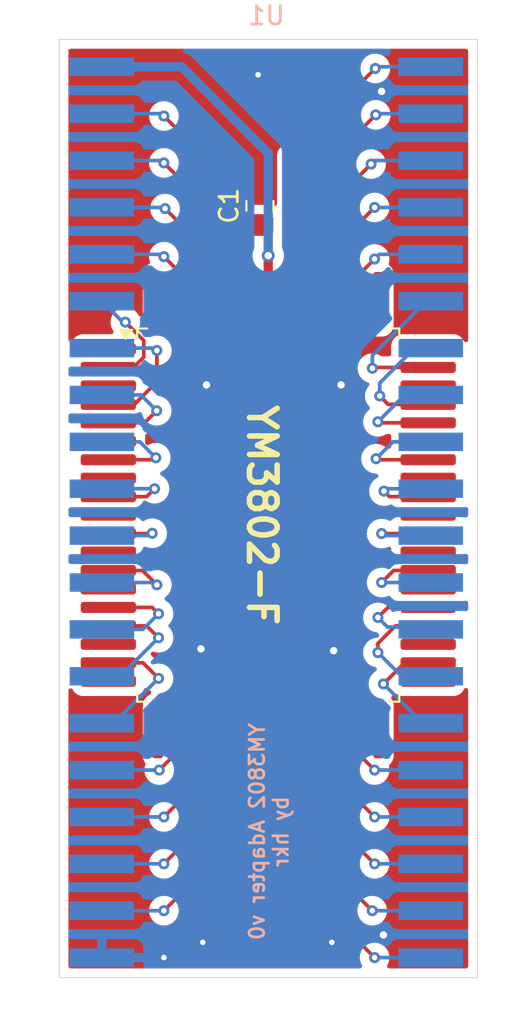
<source format=kicad_pcb>
(kicad_pcb (version 20240108) (generator "pcbnew") (generator_version "8.0")
  (layers (0 "F.Cu" signal) (31 "B.Cu" signal) (34 "B.Paste" user) (35 "F.Paste" user) (36 "B.SilkS" user "B.Silkscreen") (37 "F.SilkS" user "F.Silkscreen") (38 "B.Mask" user) (39 "F.Mask" user) (44 "Edge.Cuts" user))
  (net 0 "")
  (net 1 "/D5")
  (net 2 "/P3")
  (net 3 "/D2")
  (net 4 "/P2")
  (net 5 "/TEST-0")
  (net 6 "/{slash}IRQ")
  (net 7 "/D7")
  (net 8 "/D0")
  (net 9 "/P6")
  (net 10 "/P5")
  (net 11 "/CLKF")
  (net 12 "/P1")
  (net 13 "/P4")
  (net 14 "/P7")
  (net 15 "/A1")
  (net 16 "/TxF")
  (net 17 "/P0")
  (net 18 "/A0")
  (net 19 "/CLICK")
  (net 20 "/A2")
  (net 21 "/CLK")
  (net 22 "/TEST-1")
  (net 23 "/SYNC")
  (net 24 "/TxD")
  (net 25 "/CLKM")
  (net 26 "/{slash}IC")
  (net 27 "/D3")
  (net 28 "/D6")
  (net 29 "/{slash}WR")
  (net 30 "/RxF")
  (net 31 "/TEST-2")
  (net 32 "/CLKI")
  (net 33 "/RxD")
  (net 34 "/{slash}RD")
  (net 35 "/VDD")
  (net 36 "/{slash}VR")
  (net 37 "/D1")
  (net 38 "/{slash}CS")
  (net 39 "/D4")
  (net 40 "GND")
  (footprint "ym3802:YM3802-F" (layer "F.Cu") (at 141.55 112.856)
    (property "Reference" "U2" (hide yes))
    (property "Value" "ym3802-f")
    (fp_line (start -7.11 -7.11) (end -7.11 -6.56) (stroke (width 0.12)) (layer "F.SilkS"))
    (fp_line (start -7.11 13.11) (end -7.11 12.56) (stroke (width 0.12)) (layer "F.SilkS"))
    (fp_line (start -6.56 -7.11) (end -7.11 -7.11) (stroke (width 0.12)) (layer "F.SilkS"))
    (fp_line (start -6.56 13.11) (end -7.11 13.11) (stroke (width 0.12)) (layer "F.SilkS"))
    (fp_line (start 6.56 -7.11) (end 7.11 -7.11) (stroke (width 0.12)) (layer "F.SilkS"))
    (fp_line (start 6.56 13.11) (end 7.11 13.11) (stroke (width 0.12)) (layer "F.SilkS"))
    (fp_line (start 7.11 -7.11) (end 7.11 -6.56) (stroke (width 0.12)) (layer "F.SilkS"))
    (fp_line (start 7.11 13.11) (end 7.11 12.56) (stroke (width 0.12)) (layer "F.SilkS"))
    (fp_poly (pts (xy -7.725 -6.56) (xy -8.065 -7.03) (xy -7.385 -7.03) (xy -7.725 -6.56)) (stroke (width 0.12)) (fill solid) (layer "F.SilkS"))
    (pad "1" smd roundrect (at -8.675 -6) (size 3 0.6) (layers "F.Cu" "F.Paste" "F.Mask"))
    (pad "2" smd roundrect (at -8.675 -5) (size 3 0.6) (layers "F.Cu" "F.Paste" "F.Mask") (net 24 "/TxD"))
    (pad "3" smd roundrect (at -8.675 -4) (size 3 0.6) (layers "F.Cu" "F.Paste" "F.Mask"))
    (pad "4" smd roundrect (at -8.675 -3) (size 3 0.6) (layers "F.Cu" "F.Paste" "F.Mask") (net 16 "/TxF"))
    (pad "5" smd roundrect (at -8.675 -2) (size 3 0.6) (layers "F.Cu" "F.Paste" "F.Mask") (net 23 "/SYNC"))
    (pad "6" smd roundrect (at -8.675 -1) (size 3 0.6) (layers "F.Cu" "F.Paste" "F.Mask"))
    (pad "7" smd roundrect (at -8.675 0) (size 3 0.6) (layers "F.Cu" "F.Paste" "F.Mask") (net 19 "/CLICK"))
    (pad "8" smd roundrect (at -8.675 1) (size 3 0.6) (layers "F.Cu" "F.Paste" "F.Mask"))
    (pad "9" smd roundrect (at -8.675 2) (size 3 0.6) (layers "F.Cu" "F.Paste" "F.Mask") (net 5 "/TEST-0"))
    (pad "10" smd roundrect (at -8.675 3) (size 3 0.6) (layers "F.Cu" "F.Paste" "F.Mask"))
    (pad "11" smd roundrect (at -8.675 4) (size 3 0.6) (layers "F.Cu" "F.Paste" "F.Mask") (net 22 "/TEST-1"))
    (pad "12" smd roundrect (at -8.675 5) (size 3 0.6) (layers "F.Cu" "F.Paste" "F.Mask"))
    (pad "13" smd roundrect (at -8.675 6) (size 3 0.6) (layers "F.Cu" "F.Paste" "F.Mask") (net 14 "/P7"))
    (pad "14" smd roundrect (at -8.675 7) (size 3 0.6) (layers "F.Cu" "F.Paste" "F.Mask"))
    (pad "15" smd roundrect (at -8.675 8) (size 3 0.6) (layers "F.Cu" "F.Paste" "F.Mask") (net 9 "/P6"))
    (pad "16" smd roundrect (at -8.675 9) (size 3 0.6) (layers "F.Cu" "F.Paste" "F.Mask") (net 10 "/P5"))
    (pad "17" smd roundrect (at -8.675 10) (size 3 0.6) (layers "F.Cu" "F.Paste" "F.Mask"))
    (pad "18" smd roundrect (at -8.675 11) (size 3 0.6) (layers "F.Cu" "F.Paste" "F.Mask") (net 13 "/P4"))
    (pad "19" smd roundrect (at -8.675 12) (size 3 0.6) (layers "F.Cu" "F.Paste" "F.Mask"))
    (pad "20" smd roundrect (at -6 14.675) (size 0.6 3) (layers "F.Cu" "F.Paste" "F.Mask"))
    (pad "21" smd roundrect (at -5 14.675) (size 0.6 3) (layers "F.Cu" "F.Paste" "F.Mask") (net 2 "/P3"))
    (pad "22" smd roundrect (at -4 14.675) (size 0.6 3) (layers "F.Cu" "F.Paste" "F.Mask") (net 4 "/P2"))
    (pad "23" smd roundrect (at -3 14.675) (size 0.6 3) (layers "F.Cu" "F.Paste" "F.Mask") (net 12 "/P1"))
    (pad "24" smd roundrect (at -2 14.675) (size 0.6 3) (layers "F.Cu" "F.Paste" "F.Mask") (net 17 "/P0"))
    (pad "25" smd roundrect (at -1 14.675) (size 0.6 3) (layers "F.Cu" "F.Paste" "F.Mask") (net 40 "GND"))
    (pad "26" smd roundrect (at 0 14.675) (size 0.6 3) (layers "F.Cu" "F.Paste" "F.Mask"))
    (pad "27" smd roundrect (at 1 14.675) (size 0.6 3) (layers "F.Cu" "F.Paste" "F.Mask") (net 8 "/D0"))
    (pad "28" smd roundrect (at 2 14.675) (size 0.6 3) (layers "F.Cu" "F.Paste" "F.Mask") (net 37 "/D1"))
    (pad "29" smd roundrect (at 3 14.675) (size 0.6 3) (layers "F.Cu" "F.Paste" "F.Mask") (net 3 "/D2"))
    (pad "30" smd roundrect (at 4 14.675) (size 0.6 3) (layers "F.Cu" "F.Paste" "F.Mask") (net 27 "/D3"))
    (pad "31" smd roundrect (at 5 14.675) (size 0.6 3) (layers "F.Cu" "F.Paste" "F.Mask") (net 39 "/D4"))
    (pad "32" smd roundrect (at 6 14.675) (size 0.6 3) (layers "F.Cu" "F.Paste" "F.Mask"))
    (pad "33" smd roundrect (at 8.675 12) (size 3 0.6) (layers "F.Cu" "F.Paste" "F.Mask"))
    (pad "34" smd roundrect (at 8.675 11) (size 3 0.6) (layers "F.Cu" "F.Paste" "F.Mask") (net 1 "/D5"))
    (pad "35" smd roundrect (at 8.675 10) (size 3 0.6) (layers "F.Cu" "F.Paste" "F.Mask"))
    (pad "36" smd roundrect (at 8.675 9) (size 3 0.6) (layers "F.Cu" "F.Paste" "F.Mask") (net 28 "/D6"))
    (pad "37" smd roundrect (at 8.675 8) (size 3 0.6) (layers "F.Cu" "F.Paste" "F.Mask") (net 7 "/D7"))
    (pad "38" smd roundrect (at 8.675 7) (size 3 0.6) (layers "F.Cu" "F.Paste" "F.Mask"))
    (pad "39" smd roundrect (at 8.675 6) (size 3 0.6) (layers "F.Cu" "F.Paste" "F.Mask") (net 18 "/A0"))
    (pad "40" smd roundrect (at 8.675 5) (size 3 0.6) (layers "F.Cu" "F.Paste" "F.Mask"))
    (pad "41" smd roundrect (at 8.675 4) (size 3 0.6) (layers "F.Cu" "F.Paste" "F.Mask") (net 15 "/A1"))
    (pad "42" smd roundrect (at 8.675 3) (size 3 0.6) (layers "F.Cu" "F.Paste" "F.Mask"))
    (pad "43" smd roundrect (at 8.675 2) (size 3 0.6) (layers "F.Cu" "F.Paste" "F.Mask") (net 20 "/A2"))
    (pad "44" smd roundrect (at 8.675 1) (size 3 0.6) (layers "F.Cu" "F.Paste" "F.Mask"))
    (pad "45" smd roundrect (at 8.675 0) (size 3 0.6) (layers "F.Cu" "F.Paste" "F.Mask") (net 38 "/{slash}CS"))
    (pad "46" smd roundrect (at 8.675 -1) (size 3 0.6) (layers "F.Cu" "F.Paste" "F.Mask"))
    (pad "47" smd roundrect (at 8.675 -2) (size 3 0.6) (layers "F.Cu" "F.Paste" "F.Mask") (net 29 "/{slash}WR"))
    (pad "48" smd roundrect (at 8.675 -3) (size 3 0.6) (layers "F.Cu" "F.Paste" "F.Mask") (net 34 "/{slash}RD"))
    (pad "49" smd roundrect (at 8.675 -4) (size 3 0.6) (layers "F.Cu" "F.Paste" "F.Mask"))
    (pad "50" smd roundrect (at 8.675 -5) (size 3 0.6) (layers "F.Cu" "F.Paste" "F.Mask") (net 36 "/{slash}VR"))
    (pad "51" smd roundrect (at 8.675 -6) (size 3 0.6) (layers "F.Cu" "F.Paste" "F.Mask"))
    (pad "52" smd roundrect (at 6 -8.675) (size 0.6 3) (layers "F.Cu" "F.Paste" "F.Mask"))
    (pad "53" smd roundrect (at 5 -8.675) (size 0.6 3) (layers "F.Cu" "F.Paste" "F.Mask") (net 6 "/{slash}IRQ"))
    (pad "54" smd roundrect (at 4 -8.675) (size 0.6 3) (layers "F.Cu" "F.Paste" "F.Mask") (net 26 "/{slash}IC"))
    (pad "55" smd roundrect (at 3 -8.675) (size 0.6 3) (layers "F.Cu" "F.Paste" "F.Mask") (net 31 "/TEST-2"))
    (pad "56" smd roundrect (at 2 -8.675) (size 0.6 3) (layers "F.Cu" "F.Paste" "F.Mask") (net 32 "/CLKI"))
    (pad "57" smd roundrect (at 1 -8.675) (size 0.6 3) (layers "F.Cu" "F.Paste" "F.Mask") (net 21 "/CLK"))
    (pad "58" smd roundrect (at 0 -8.675) (size 0.6 3) (layers "F.Cu" "F.Paste" "F.Mask") (net 35 "/VDD"))
    (pad "59" smd roundrect (at -1 -8.675) (size 0.6 3) (layers "F.Cu" "F.Paste" "F.Mask"))
    (pad "60" smd roundrect (at -2 -8.675) (size 0.6 3) (layers "F.Cu" "F.Paste" "F.Mask") (net 33 "/RxD"))
    (pad "61" smd roundrect (at -3 -8.675) (size 0.6 3) (layers "F.Cu" "F.Paste" "F.Mask") (net 30 "/RxF"))
    (pad "62" smd roundrect (at -4 -8.675) (size 0.6 3) (layers "F.Cu" "F.Paste" "F.Mask") (net 25 "/CLKM"))
    (pad "63" smd roundrect (at -5 -8.675) (size 0.6 3) (layers "F.Cu" "F.Paste" "F.Mask") (net 11 "/CLKF"))
    (pad "64" smd roundrect (at -6 -8.675) (size 0.6 3) (layers "F.Cu" "F.Paste" "F.Mask"))
  )
  (footprint "Capacitor_SMD:C_0805_2012Metric_Pad1.18x1.45mm_HandSolder" (layer "F.Cu") (at 141.1 99.1 90)
    (property "Reference" "C1" (at 0 -1.68 90) (layer "F.SilkS"))
    (property "Value" "0.1uF")
    (fp_line (start -0.261252 -0.735) (end 0.261252 -0.735) (stroke (width 0.12)) (layer "F.SilkS"))
    (fp_line (start -0.261252 0.735) (end 0.261252 0.735) (stroke (width 0.12)) (layer "F.SilkS"))
    (pad "1" smd roundrect (at -1.0375 0 90) (size 1.175 1.45) (layers "F.Cu" "F.Paste" "F.Mask") (roundrect_rratio 0.212766) (net 35 "/VDD"))
    (pad "2" smd roundrect (at 1.0375 0 90) (size 1.175 1.45) (layers "F.Cu" "F.Paste" "F.Mask") (roundrect_rratio 0.212766) (net 40 "GND"))
  )
  (footprint "ym3802:preci-dip-150-10-640-00-106161_2x20_P2.54mm_Vertical_SMD" (layer "B.Cu") (at 141.448 115.697 180)
    (property "Reference" "U1" (at 0 26.9 0) (layer "B.SilkS") (effects (justify mirror)))
    (property "Value" "ym3802-x")
    (pad "1" smd rect (at 8.92 24.13 180) (size 3.5 1) (layers "B.Cu" "B.Paste" "B.Mask") (net 35 "/VDD"))
    (pad "2" smd rect (at 8.92 21.59 180) (size 3.5 1) (layers "B.Cu" "B.Paste" "B.Mask") (net 33 "/RxD"))
    (pad "3" smd rect (at 8.92 19.05 180) (size 3.5 1) (layers "B.Cu" "B.Paste" "B.Mask") (net 30 "/RxF"))
    (pad "4" smd rect (at 8.92 16.51 180) (size 3.5 1) (layers "B.Cu" "B.Paste" "B.Mask") (net 25 "/CLKM"))
    (pad "5" smd rect (at 8.92 13.97 180) (size 3.5 1) (layers "B.Cu" "B.Paste" "B.Mask") (net 11 "/CLKF"))
    (pad "6" smd rect (at 8.92 11.43 180) (size 3.5 1) (layers "B.Cu" "B.Paste" "B.Mask") (net 24 "/TxD"))
    (pad "7" smd rect (at 8.92 8.89 180) (size 3.5 1) (layers "B.Cu" "B.Paste" "B.Mask") (net 16 "/TxF"))
    (pad "8" smd rect (at 8.92 6.35 180) (size 3.5 1) (layers "B.Cu" "B.Paste" "B.Mask") (net 23 "/SYNC"))
    (pad "9" smd rect (at 8.92 3.81 180) (size 3.5 1) (layers "B.Cu" "B.Paste" "B.Mask") (net 19 "/CLICK"))
    (pad "10" smd rect (at 8.92 1.27 180) (size 3.5 1) (layers "B.Cu" "B.Paste" "B.Mask") (net 5 "/TEST-0"))
    (pad "11" smd rect (at 8.92 -1.27 180) (size 3.5 1) (layers "B.Cu" "B.Paste" "B.Mask") (net 22 "/TEST-1"))
    (pad "12" smd rect (at 8.92 -3.81 180) (size 3.5 1) (layers "B.Cu" "B.Paste" "B.Mask") (net 14 "/P7"))
    (pad "13" smd rect (at 8.92 -6.35 180) (size 3.5 1) (layers "B.Cu" "B.Paste" "B.Mask") (net 9 "/P6"))
    (pad "14" smd rect (at 8.92 -8.89 180) (size 3.5 1) (layers "B.Cu" "B.Paste" "B.Mask") (net 10 "/P5"))
    (pad "15" smd rect (at 8.92 -11.43 180) (size 3.5 1) (layers "B.Cu" "B.Paste" "B.Mask") (net 13 "/P4"))
    (pad "16" smd rect (at 8.92 -13.97 180) (size 3.5 1) (layers "B.Cu" "B.Paste" "B.Mask") (net 2 "/P3"))
    (pad "17" smd rect (at 8.92 -16.51 180) (size 3.5 1) (layers "B.Cu" "B.Paste" "B.Mask") (net 4 "/P2"))
    (pad "18" smd rect (at 8.92 -19.05 180) (size 3.5 1) (layers "B.Cu" "B.Paste" "B.Mask") (net 12 "/P1"))
    (pad "19" smd rect (at 8.92 -21.59 180) (size 3.5 1) (layers "B.Cu" "B.Paste" "B.Mask") (net 17 "/P0"))
    (pad "20" smd rect (at 8.92 -24.13 180) (size 3.5 1) (layers "B.Cu" "B.Paste" "B.Mask") (net 40 "GND"))
    (pad "21" smd rect (at -8.92 -24.13 180) (size 3.5 1) (layers "B.Cu" "B.Paste" "B.Mask") (net 8 "/D0"))
    (pad "22" smd rect (at -8.92 -21.59 180) (size 3.5 1) (layers "B.Cu" "B.Paste" "B.Mask") (net 37 "/D1"))
    (pad "23" smd rect (at -8.92 -19.05 180) (size 3.5 1) (layers "B.Cu" "B.Paste" "B.Mask") (net 3 "/D2"))
    (pad "24" smd rect (at -8.92 -16.51 180) (size 3.5 1) (layers "B.Cu" "B.Paste" "B.Mask") (net 27 "/D3"))
    (pad "25" smd rect (at -8.92 -13.97 180) (size 3.5 1) (layers "B.Cu" "B.Paste" "B.Mask") (net 39 "/D4"))
    (pad "26" smd rect (at -8.92 -11.43 180) (size 3.5 1) (layers "B.Cu" "B.Paste" "B.Mask") (net 1 "/D5"))
    (pad "27" smd rect (at -8.92 -8.89 180) (size 3.5 1) (layers "B.Cu" "B.Paste" "B.Mask") (net 28 "/D6"))
    (pad "28" smd rect (at -8.92 -6.35 180) (size 3.5 1) (layers "B.Cu" "B.Paste" "B.Mask") (net 7 "/D7"))
    (pad "29" smd rect (at -8.92 -3.81 180) (size 3.5 1) (layers "B.Cu" "B.Paste" "B.Mask") (net 18 "/A0"))
    (pad "30" smd rect (at -8.92 -1.27 180) (size 3.5 1) (layers "B.Cu" "B.Paste" "B.Mask") (net 15 "/A1"))
    (pad "31" smd rect (at -8.92 1.27 180) (size 3.5 1) (layers "B.Cu" "B.Paste" "B.Mask") (net 20 "/A2"))
    (pad "32" smd rect (at -8.92 3.81 180) (size 3.5 1) (layers "B.Cu" "B.Paste" "B.Mask") (net 38 "/{slash}CS"))
    (pad "33" smd rect (at -8.92 6.35 180) (size 3.5 1) (layers "B.Cu" "B.Paste" "B.Mask") (net 29 "/{slash}WR"))
    (pad "34" smd rect (at -8.92 8.89 180) (size 3.5 1) (layers "B.Cu" "B.Paste" "B.Mask") (net 34 "/{slash}RD"))
    (pad "35" smd rect (at -8.92 11.43 180) (size 3.5 1) (layers "B.Cu" "B.Paste" "B.Mask") (net 36 "/{slash}VR"))
    (pad "36" smd rect (at -8.92 13.97 180) (size 3.5 1) (layers "B.Cu" "B.Paste" "B.Mask") (net 6 "/{slash}IRQ"))
    (pad "37" smd rect (at -8.92 16.51 180) (size 3.5 1) (layers "B.Cu" "B.Paste" "B.Mask") (net 26 "/{slash}IC"))
    (pad "38" smd rect (at -8.92 19.05 180) (size 3.5 1) (layers "B.Cu" "B.Paste" "B.Mask") (net 31 "/TEST-2"))
    (pad "39" smd rect (at -8.92 21.59 180) (size 3.5 1) (layers "B.Cu" "B.Paste" "B.Mask") (net 32 "/CLKI"))
    (pad "40" smd rect (at -8.92 24.13 180) (size 3.5 1) (layers "B.Cu" "B.Paste" "B.Mask") (net 21 "/CLK"))
  )
  (gr_rect (start 130.21 90.085) (end 152.9 140.915) (stroke (width 0.05)) (fill none) (layer "Edge.Cuts"))
  (gr_text "YM3802 Adapter v0\nby hkr\n" (at 142.7 133 90) (layer "B.SilkS") (effects (font (size 0.8 0.8) (thickness 0.15) (bold yes)) (justify bottom mirror)))
  (gr_text "YM3802-F" (at 140.335 109.728 -90) (layer "F.SilkS") (effects (font (size 1.5 1.5) (thickness 0.3) (bold yes)) (justify left bottom)))
  (segment (start 148.944 123.856) (end 150.225 123.856) (width 0.2) (layer "F.Cu") (net 1))
  (segment (start 147.8 125) (end 148.944 123.856) (width 0.2) (layer "F.Cu") (net 1))
  (segment (start 149.225 123.856) (end 149.999999 123.856) (width 0.2) (layer "F.Cu") (net 1))
  (via (at 147.8 125) (size 0.6) (drill 0.3) (layers "F.Cu" "B.Cu") (net 1))
  (segment (start 147.8 125) (end 149.927 127.127) (width 0.2) (layer "B.Cu") (net 1))
  (segment (start 149.927 127.127) (end 150.368 127.127) (width 0.2) (layer "B.Cu") (net 1))
  (segment (start 136.55 126.531) (end 136.55 128.753) (width 0.2) (layer "F.Cu") (net 2))
  (segment (start 136.55 128.753) (end 135.636 129.667) (width 0.2) (layer "F.Cu") (net 2))
  (via (at 135.636 129.667) (size 0.6) (drill 0.3) (layers "F.Cu" "B.Cu") (net 2))
  (segment (start 132.528 129.667) (end 135.636 129.667) (width 0.2) (layer "B.Cu") (net 2))
  (segment (start 144.55 126.531) (end 144.55 131.977) (width 0.2) (layer "F.Cu") (net 3))
  (segment (start 144.55 131.977) (end 147.32 134.747) (width 0.2) (layer "F.Cu") (net 3))
  (via (at 147.32 134.747) (size 0.6) (drill 0.3) (layers "F.Cu" "B.Cu") (net 3))
  (segment (start 150.368 134.747) (end 147.32 134.747) (width 0.2) (layer "B.Cu") (net 3))
  (segment (start 137.55 126.531) (end 137.55 130.547) (width 0.2) (layer "F.Cu") (net 4))
  (segment (start 137.55 130.547) (end 135.89 132.207) (width 0.2) (layer "F.Cu") (net 4))
  (via (at 135.89 132.207) (size 0.6) (drill 0.3) (layers "F.Cu" "B.Cu") (net 4))
  (segment (start 132.528 132.207) (end 135.89 132.207) (width 0.2) (layer "B.Cu") (net 4))
  (segment (start 134.953 114.856) (end 135.382 114.427) (width 0.2) (layer "F.Cu") (net 5))
  (segment (start 133.875 114.856) (end 134.953 114.856) (width 0.2) (layer "F.Cu") (net 5))
  (via (at 135.382 114.427) (size 0.6) (drill 0.3) (layers "F.Cu" "B.Cu") (net 5))
  (segment (start 132.528 114.427) (end 135.382 114.427) (width 0.2) (layer "B.Cu") (net 5))
  (segment (start 146.55 102.751) (end 147.32 101.981) (width 0.2) (layer "F.Cu") (net 6))
  (segment (start 146.55 105.181) (end 146.55 102.751) (width 0.2) (layer "F.Cu") (net 6))
  (via (at 147.32 101.981) (size 0.6) (drill 0.3) (layers "F.Cu" "B.Cu") (net 6))
  (segment (start 150.368 101.727) (end 147.574 101.727) (width 0.2) (layer "B.Cu") (net 6))
  (segment (start 147.574 101.727) (end 147.32 101.981) (width 0.2) (layer "B.Cu") (net 6))
  (segment (start 147.5 121.4) (end 148.044 120.856) (width 0.2) (layer "F.Cu") (net 7))
  (segment (start 148.044 120.856) (end 148.765 120.856) (width 0.2) (layer "F.Cu") (net 7))
  (via (at 147.5 121.4) (size 0.6) (drill 0.3) (layers "F.Cu" "B.Cu") (net 7))
  (segment (start 147.5 121.4) (end 148.02 121.92) (width 0.2) (layer "B.Cu") (net 7))
  (segment (start 148.02 121.92) (end 150.241 121.92) (width 0.2) (layer "B.Cu") (net 7))
  (segment (start 142.55 126.115448) (end 142.55 135.057) (width 0.2) (layer "F.Cu") (net 8))
  (segment (start 142.55 135.057) (end 147.32 139.827) (width 0.2) (layer "F.Cu") (net 8))
  (via (at 147.32 139.827) (size 0.6) (drill 0.3) (layers "F.Cu" "B.Cu") (net 8))
  (segment (start 150.368 139.827) (end 147.32 139.827) (width 0.2) (layer "B.Cu") (net 8))
  (segment (start 133.875 120.856) (end 135.256 120.856) (width 0.2) (layer "F.Cu") (net 9))
  (segment (start 135.256 120.856) (end 135.6 121.2) (width 0.2) (layer "F.Cu") (net 9))
  (via (at 135.6 121.2) (size 0.6) (drill 0.3) (layers "F.Cu" "B.Cu") (net 9))
  (segment (start 134.753 122.047) (end 135.6 121.2) (width 0.2) (layer "B.Cu") (net 9))
  (segment (start 132.528 122.047) (end 134.753 122.047) (width 0.2) (layer "B.Cu") (net 9))
  (segment (start 134.956 121.856) (end 135.6 122.5) (width 0.2) (layer "F.Cu") (net 10))
  (segment (start 133.875 121.856) (end 134.956 121.856) (width 0.2) (layer "F.Cu") (net 10))
  (via (at 135.6 122.5) (size 0.6) (drill 0.3) (layers "F.Cu" "B.Cu") (net 10))
  (segment (start 133.513 124.587) (end 135.6 122.5) (width 0.2) (layer "B.Cu") (net 10))
  (segment (start 132.528 124.587) (end 133.513 124.587) (width 0.2) (layer "B.Cu") (net 10))
  (segment (start 136.55 102.514) (end 135.89 101.854) (width 0.2) (layer "F.Cu") (net 11))
  (segment (start 136.55 105.181) (end 136.55 102.514) (width 0.2) (layer "F.Cu") (net 11))
  (via (at 135.89 101.854) (size 0.6) (drill 0.3) (layers "F.Cu" "B.Cu") (net 11))
  (segment (start 132.528 101.727) (end 135.763 101.727) (width 0.2) (layer "B.Cu") (net 11))
  (segment (start 135.763 101.727) (end 135.89 101.854) (width 0.2) (layer "B.Cu") (net 11))
  (segment (start 138.55 126.531) (end 138.55 132.087) (width 0.2) (layer "F.Cu") (net 12))
  (segment (start 138.55 132.087) (end 135.89 134.747) (width 0.2) (layer "F.Cu") (net 12))
  (via (at 135.89 134.747) (size 0.6) (drill 0.3) (layers "F.Cu" "B.Cu") (net 12))
  (segment (start 132.528 134.747) (end 135.89 134.747) (width 0.2) (layer "B.Cu") (net 12))
  (segment (start 133.875 123.856) (end 133.100001 123.856) (width 0.2) (layer "F.Cu") (net 13))
  (segment (start 134.756 123.856) (end 135.6 124.7) (width 0.2) (layer "F.Cu") (net 13))
  (segment (start 132.875 123.856) (end 134.756 123.856) (width 0.2) (layer "F.Cu") (net 13))
  (via (at 135.6 124.7) (size 0.6) (drill 0.3) (layers "F.Cu" "B.Cu") (net 13))
  (segment (start 133.173 127.127) (end 132.528 127.127) (width 0.2) (layer "B.Cu") (net 13))
  (segment (start 135.6 124.7) (end 133.173 127.127) (width 0.2) (layer "B.Cu") (net 13))
  (segment (start 134.731 118.856) (end 135.509 119.634) (width 0.2) (layer "F.Cu") (net 14))
  (segment (start 133.875 118.856) (end 134.731 118.856) (width 0.2) (layer "F.Cu") (net 14))
  (via (at 135.509 119.634) (size 0.6) (drill 0.3) (layers "F.Cu" "B.Cu") (net 14))
  (segment (start 132.528 119.507) (end 135.382 119.507) (width 0.2) (layer "B.Cu") (net 14))
  (segment (start 135.382 119.507) (end 135.509 119.634) (width 0.2) (layer "B.Cu") (net 14))
  (segment (start 149.225 116.856) (end 147.701 116.856) (width 0.2) (layer "F.Cu") (net 15))
  (via (at 147.701 116.856) (size 0.6) (drill 0.3) (layers "F.Cu" "B.Cu") (net 15))
  (segment (start 150.368 116.967) (end 147.812 116.967) (width 0.2) (layer "B.Cu") (net 15))
  (segment (start 147.812 116.967) (end 147.701 116.856) (width 0.2) (layer "B.Cu") (net 15))
  (segment (start 134.290552 109.856) (end 135.509 108.637552) (width 0.2) (layer "F.Cu") (net 16))
  (segment (start 135.509 108.637552) (end 135.509 106.934) (width 0.2) (layer "F.Cu") (net 16))
  (via (at 135.509 106.934) (size 0.6) (drill 0.3) (layers "F.Cu" "B.Cu") (net 16))
  (segment (start 135.382 106.807) (end 135.509 106.934) (width 0.2) (layer "B.Cu") (net 16))
  (segment (start 132.528 106.807) (end 135.382 106.807) (width 0.2) (layer "B.Cu") (net 16))
  (segment (start 139.55 133.627) (end 135.89 137.287) (width 0.2) (layer "F.Cu") (net 17))
  (segment (start 139.55 126.531) (end 139.55 133.627) (width 0.2) (layer "F.Cu") (net 17))
  (via (at 135.89 137.287) (size 0.6) (drill 0.3) (layers "F.Cu" "B.Cu") (net 17))
  (segment (start 132.528 137.287) (end 135.89 137.287) (width 0.2) (layer "B.Cu") (net 17))
  (segment (start 148.352 118.856) (end 147.701 119.507) (width 0.2) (layer "F.Cu") (net 18))
  (segment (start 149.225 118.856) (end 148.352 118.856) (width 0.2) (layer "F.Cu") (net 18))
  (via (at 147.701 119.507) (size 0.6) (drill 0.3) (layers "F.Cu" "B.Cu") (net 18))
  (segment (start 150.368 119.507) (end 147.701 119.507) (width 0.2) (layer "B.Cu") (net 18))
  (segment (start 135.344 112.856) (end 135.45 112.75) (width 0.2) (layer "F.Cu") (net 19))
  (segment (start 133.875 112.856) (end 135.344 112.856) (width 0.2) (layer "F.Cu") (net 19))
  (via (at 135.45 112.75) (size 0.6) (drill 0.3) (layers "F.Cu" "B.Cu") (net 19))
  (segment (start 132.528 111.887) (end 134.587 111.887) (width 0.2) (layer "B.Cu") (net 19))
  (segment (start 134.587 111.887) (end 135.45 112.75) (width 0.2) (layer "B.Cu") (net 19))
  (segment (start 149.225 114.856) (end 148.13 114.856) (width 0.2) (layer "F.Cu") (net 20))
  (segment (start 148.13 114.856) (end 147.828 114.554) (width 0.2) (layer "F.Cu") (net 20))
  (via (at 147.828 114.554) (size 0.6) (drill 0.3) (layers "F.Cu" "B.Cu") (net 20))
  (segment (start 150.368 114.427) (end 147.955 114.427) (width 0.2) (layer "B.Cu") (net 20))
  (segment (start 147.955 114.427) (end 147.828 114.554) (width 0.2) (layer "B.Cu") (net 20))
  (segment (start 147.357 91.657) (end 142.63 96.384) (width 0.2) (layer "F.Cu") (net 21))
  (segment (start 142.63 96.384) (end 142.63 105.101) (width 0.2) (layer "F.Cu") (net 21))
  (via (at 147.357 91.657) (size 0.6) (drill 0.3) (layers "F.Cu" "B.Cu") (net 21))
  (segment (start 147.357 91.657) (end 147.447 91.567) (width 0.2) (layer "B.Cu") (net 21))
  (segment (start 147.447 91.567) (end 150.368 91.567) (width 0.2) (layer "B.Cu") (net 21))
  (segment (start 135.239 116.856) (end 135.255 116.84) (width 0.2) (layer "F.Cu") (net 22))
  (segment (start 133.875 116.856) (end 135.239 116.856) (width 0.2) (layer "F.Cu") (net 22))
  (via (at 135.255 116.84) (size 0.6) (drill 0.3) (layers "F.Cu" "B.Cu") (net 22))
  (segment (start 132.528 116.967) (end 135.128 116.967) (width 0.2) (layer "B.Cu") (net 22))
  (segment (start 135.128 116.967) (end 135.255 116.84) (width 0.2) (layer "B.Cu") (net 22))
  (segment (start 134.844 110.856) (end 135.5 110.2) (width 0.2) (layer "F.Cu") (net 23))
  (segment (start 133.875 110.856) (end 134.844 110.856) (width 0.2) (layer "F.Cu") (net 23))
  (via (at 135.5 110.2) (size 0.6) (drill 0.3) (layers "F.Cu" "B.Cu") (net 23))
  (segment (start 132.528 109.347) (end 134.647 109.347) (width 0.2) (layer "B.Cu") (net 23))
  (segment (start 134.647 109.347) (end 135.5 110.2) (width 0.2) (layer "B.Cu") (net 23))
  (segment (start 134.8 106.4) (end 134.8 107.3) (width 0.2) (layer "F.Cu") (net 24))
  (segment (start 134.8 107.3) (end 134.244 107.856) (width 0.2) (layer "F.Cu") (net 24))
  (segment (start 133.8 105.4) (end 134.8 106.4) (width 0.2) (layer "F.Cu") (net 24))
  (segment (start 134.244 107.856) (end 132.875 107.856) (width 0.2) (layer "F.Cu") (net 24))
  (segment (start 133.875 107.856) (end 133.100001 107.856) (width 0.2) (layer "F.Cu") (net 24))
  (via (at 133.8 105.4) (size 0.6) (drill 0.3) (layers "F.Cu" "B.Cu") (net 24))
  (segment (start 133.661 105.4) (end 132.528 104.267) (width 0.2) (layer "B.Cu") (net 24))
  (segment (start 133.8 105.4) (end 133.661 105.4) (width 0.2) (layer "B.Cu") (net 24))
  (segment (start 137.55 100.847) (end 135.9535 99.2505) (width 0.2) (layer "F.Cu") (net 25))
  (segment (start 137.55 105.181) (end 137.55 100.847) (width 0.2) (layer "F.Cu") (net 25))
  (via (at 135.9535 99.2505) (size 0.6) (drill 0.3) (layers "F.Cu" "B.Cu") (net 25))
  (segment (start 135.89 99.187) (end 135.9535 99.2505) (width 0.2) (layer "B.Cu") (net 25))
  (segment (start 132.528 99.187) (end 135.89 99.187) (width 0.2) (layer "B.Cu") (net 25))
  (segment (start 145.55 100.957) (end 147.32 99.187) (width 0.2) (layer "F.Cu") (net 26))
  (segment (start 145.55 105.181) (end 145.55 100.957) (width 0.2) (layer "F.Cu") (net 26))
  (via (at 147.32 99.187) (size 0.6) (drill 0.3) (layers "F.Cu" "B.Cu") (net 26))
  (segment (start 150.368 99.187) (end 147.32 99.187) (width 0.2) (layer "B.Cu") (net 26))
  (segment (start 145.55 130.437) (end 147.32 132.207) (width 0.2) (layer "F.Cu") (net 27))
  (segment (start 145.55 126.531) (end 145.55 130.437) (width 0.2) (layer "F.Cu") (net 27))
  (via (at 147.32 132.207) (size 0.6) (drill 0.3) (layers "F.Cu" "B.Cu") (net 27))
  (segment (start 150.368 132.207) (end 147.32 132.207) (width 0.2) (layer "B.Cu") (net 27))
  (segment (start 149.225 121.856) (end 148.450001 121.856) (width 0.2) (layer "F.Cu") (net 28))
  (segment (start 148.450001 121.856) (end 147.5 122.806001) (width 0.2) (layer "F.Cu") (net 28))
  (segment (start 147.5 122.806001) (end 147.5 123.3) (width 0.2) (layer "F.Cu") (net 28))
  (via (at 147.5 123.3) (size 0.6) (drill 0.3) (layers "F.Cu" "B.Cu") (net 28))
  (segment (start 150.368 124.587) (end 148.787 124.587) (width 0.2) (layer "B.Cu") (net 28))
  (segment (start 148.787 124.587) (end 147.5 123.3) (width 0.2) (layer "B.Cu") (net 28))
  (segment (start 147.556 110.856) (end 147.5 110.8) (width 0.2) (layer "F.Cu") (net 29))
  (segment (start 149.225 110.856) (end 147.556 110.856) (width 0.2) (layer "F.Cu") (net 29))
  (via (at 147.5 110.8) (size 0.6) (drill 0.3) (layers "F.Cu" "B.Cu") (net 29))
  (segment (start 150.368 109.347) (end 148.953 109.347) (width 0.2) (layer "B.Cu") (net 29))
  (segment (start 148.953 109.347) (end 147.5 110.8) (width 0.2) (layer "B.Cu") (net 29))
  (segment (start 138.55 99.434) (end 135.89 96.774) (width 0.2) (layer "F.Cu") (net 30))
  (segment (start 138.55 105.181) (end 138.55 99.434) (width 0.2) (layer "F.Cu") (net 30))
  (via (at 135.89 96.774) (size 0.6) (drill 0.3) (layers "F.Cu" "B.Cu") (net 30))
  (segment (start 132.528 96.647) (end 135.763 96.647) (width 0.2) (layer "B.Cu") (net 30))
  (segment (start 135.763 96.647) (end 135.89 96.774) (width 0.2) (layer "B.Cu") (net 30))
  (segment (start 144.55 99.417) (end 147.1295 96.8375) (width 0.2) (layer "F.Cu") (net 31))
  (segment (start 144.55 105.181) (end 144.55 99.417) (width 0.2) (layer "F.Cu") (net 31))
  (via (at 147.1295 96.8375) (size 0.6) (drill 0.3) (layers "F.Cu" "B.Cu") (net 31))
  (segment (start 150.368 96.647) (end 147.32 96.647) (width 0.2) (layer "B.Cu") (net 31))
  (segment (start 147.32 96.647) (end 147.1295 96.8375) (width 0.2) (layer "B.Cu") (net 31))
  (segment (start 143.55 98.004) (end 143.55 105.181) (width 0.2) (layer "F.Cu") (net 32))
  (segment (start 147.3835 94.1705) (end 143.55 98.004) (width 0.2) (layer "F.Cu") (net 32))
  (via (at 147.3835 94.1705) (size 0.6) (drill 0.3) (layers "F.Cu" "B.Cu") (net 32))
  (segment (start 147.447 94.107) (end 147.447 94.234) (width 0.2) (layer "B.Cu") (net 32))
  (segment (start 147.447 94.107) (end 147.3835 94.1705) (width 0.2) (layer "B.Cu") (net 32))
  (segment (start 150.368 94.107) (end 147.447 94.107) (width 0.2) (layer "B.Cu") (net 32))
  (segment (start 139.55 105.181) (end 139.55 97.894) (width 0.2) (layer "F.Cu") (net 33))
  (segment (start 139.55 97.894) (end 135.89 94.234) (width 0.2) (layer "F.Cu") (net 33))
  (via (at 135.89 94.234) (size 0.6) (drill 0.3) (layers "F.Cu" "B.Cu") (net 33))
  (segment (start 135.763 94.107) (end 135.89 94.234) (width 0.2) (layer "B.Cu") (net 33))
  (segment (start 132.528 94.107) (end 135.763 94.107) (width 0.2) (layer "B.Cu") (net 33))
  (segment (start 149.225 109.856) (end 148.056 109.856) (width 0.2) (layer "F.Cu") (net 34))
  (segment (start 148.056 109.856) (end 147.6 109.4) (width 0.2) (layer "F.Cu") (net 34))
  (via (at 147.6 109.4) (size 0.6) (drill 0.3) (layers "F.Cu" "B.Cu") (net 34))
  (segment (start 149.493 106.807) (end 147.6 108.7) (width 0.2) (layer "B.Cu") (net 34))
  (segment (start 147.6 108.7) (end 147.6 109.4) (width 0.2) (layer "B.Cu") (net 34))
  (segment (start 150.368 106.807) (end 149.493 106.807) (width 0.2) (layer "B.Cu") (net 34))
  (segment (start 141.55 101.8) (end 141.55 101.9305) (width 0.5) (layer "F.Cu") (net 35))
  (segment (start 141.55 101.8) (end 141.55 100.5875) (width 0.5) (layer "F.Cu") (net 35))
  (segment (start 141.55 101.8) (end 141.55 105.181) (width 0.5) (layer "F.Cu") (net 35))
  (segment (start 141.55 100.5875) (end 141.1 100.1375) (width 0.5) (layer "F.Cu") (net 35))
  (via (at 141.55 101.8) (size 0.7) (drill 0.4) (layers "F.Cu" "B.Cu") (net 35))
  (segment (start 141.55 96.25) (end 136.867 91.567) (width 0.5) (layer "B.Cu") (net 35))
  (segment (start 136.867 91.567) (end 132.528 91.567) (width 0.5) (layer "B.Cu") (net 35))
  (segment (start 141.55 101.8) (end 141.55 96.25) (width 0.5) (layer "B.Cu") (net 35))
  (segment (start 147.2 107.9) (end 147.244 107.856) (width 0.2) (layer "F.Cu") (net 36))
  (segment (start 147.244 107.856) (end 149.225 107.856) (width 0.2) (layer "F.Cu") (net 36))
  (via (at 147.2 107.9) (size 0.6) (drill 0.3) (layers "F.Cu" "B.Cu") (net 36))
  (segment (start 147.2 107.2) (end 150.133 104.267) (width 0.2) (layer "B.Cu") (net 36))
  (segment (start 147.2 107.9) (end 147.2 107.2) (width 0.2) (layer "B.Cu") (net 36))
  (segment (start 150.133 104.267) (end 150.368 104.267) (width 0.2) (layer "B.Cu") (net 36))
  (segment (start 143.55 133.644) (end 147.193 137.287) (width 0.2) (layer "F.Cu") (net 37))
  (segment (start 143.55 126.531) (end 143.55 133.644) (width 0.2) (layer "F.Cu") (net 37))
  (via (at 147.193 137.287) (size 0.6) (drill 0.3) (layers "F.Cu" "B.Cu") (net 37))
  (segment (start 150.368 137.287) (end 147.193 137.287) (width 0.2) (layer "B.Cu") (net 37))
  (segment (start 149.225 112.856) (end 147.456 112.856) (width 0.2) (layer "F.Cu") (net 38))
  (segment (start 147.456 112.856) (end 147.4 112.8) (width 0.2) (layer "F.Cu") (net 38))
  (via (at 147.4 112.8) (size 0.6) (drill 0.3) (layers "F.Cu" "B.Cu") (net 38))
  (segment (start 148.313 111.887) (end 147.4 112.8) (width 0.2) (layer "B.Cu") (net 38))
  (segment (start 150.368 111.887) (end 148.313 111.887) (width 0.2) (layer "B.Cu") (net 38))
  (segment (start 146.55 128.897) (end 146.55 126.531) (width 0.2) (layer "F.Cu") (net 39))
  (segment (start 146.55 128.897) (end 147.32 129.667) (width 0.2) (layer "F.Cu") (net 39))
  (via (at 147.32 129.667) (size 0.6) (drill 0.3) (layers "F.Cu" "B.Cu") (net 39))
  (segment (start 150.368 129.667) (end 147.32 129.667) (width 0.2) (layer "B.Cu") (net 39))
  (segment (start 140.55 135.167) (end 135.89 139.827) (width 0.5) (layer "F.Cu") (net 40))
  (segment (start 140.55 126.531) (end 140.55 135.167) (width 0.5) (layer "F.Cu") (net 40))
  (via (at 137.9 123.1) (size 0.7) (drill 0.4) (layers "F.Cu" "B.Cu") (net 40))
  (via (at 147.7 92.9) (size 0.7) (drill 0.4) (layers "F.Cu" "B.Cu") (net 40))
  (via (at 138.2 108.8) (size 0.7) (drill 0.4) (layers "F.Cu" "B.Cu") (net 40))
  (via (at 141 92) (size 0.6) (drill 0.3) (layers "F.Cu" "B.Cu") (net 40))
  (via (at 145 139) (size 0.6) (drill 0.3) (layers "F.Cu" "B.Cu") (net 40))
  (via (at 138 139) (size 0.6) (drill 0.3) (layers "F.Cu" "B.Cu") (net 40))
  (via (at 135.89 139.827) (size 0.6) (drill 0.3) (layers "F.Cu" "B.Cu") (net 40))
  (via (at 145.1 123.2) (size 0.7) (drill 0.4) (layers "F.Cu" "B.Cu") (net 40))
  (via (at 145.5 108.8) (size 0.7) (drill 0.4) (layers "F.Cu" "B.Cu") (net 40))
  (via (at 147.8 138.6) (size 0.7) (drill 0.4) (layers "F.Cu" "B.Cu") (net 40))
  (segment (start 132.528 139.827) (end 135.89 139.827) (width 0.5) (layer "B.Cu") (net 40))
  (zone (net 40) (net_name "GND") (layers "F&B.Cu") (connect_pads (clearance 0.5)) (min_thickness 0.25) (fill yes (thermal_gap 0.5) (thermal_bridge_width 0.5))
    (polygon (pts (xy 127 89) (xy 127 142) (xy 155 142) (xy 155 89)))
  )
)
</source>
